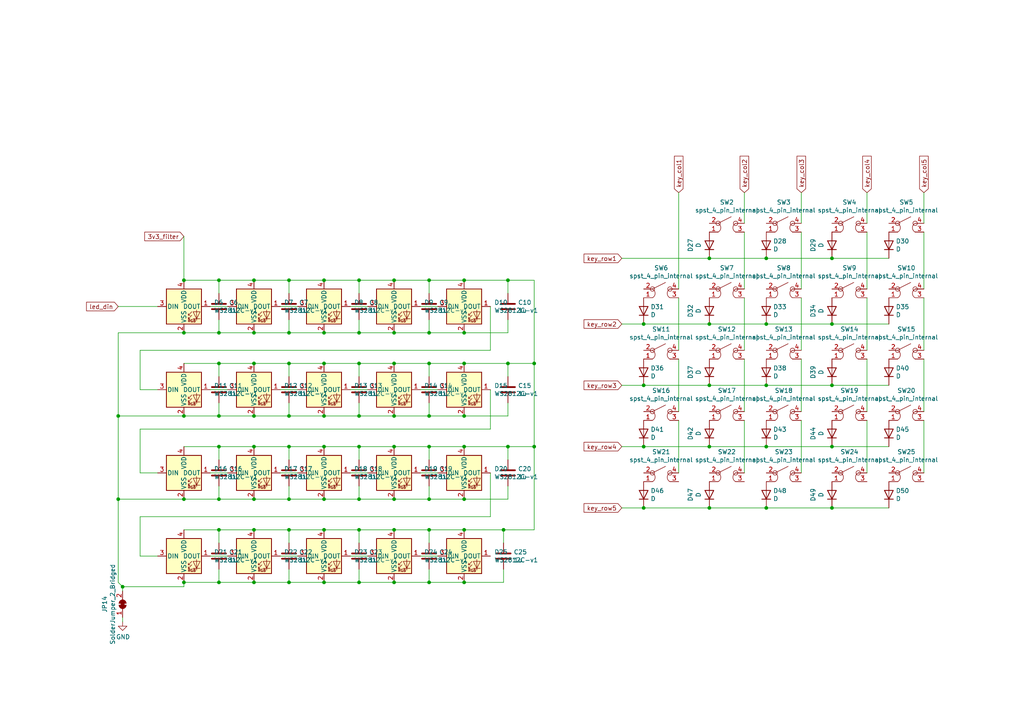
<source format=kicad_sch>
(kicad_sch (version 20231120) (generator "eeschema") (generator_version "8.0")
  (paper "A4")
  (title_block (title "TDM") (date "2021-09-17") (rev "6") (company "TWR") (comment 1 "Pocket Sound Computer"))
  (lib_symbols
    (symbol "Device:C" (pin_numbers hide) (pin_names (offset 0.254))
      (property "Reference" "C" (at 0.635 2.54 0))
      (property "Value" "C" (at 0.635 -2.54 0))
      (symbol "C_0_1"
        (polyline (pts (xy -2.032 -0.762) (xy 2.032 -0.762)) (stroke (width 0.508)))
        (polyline (pts (xy -2.032 0.762) (xy 2.032 0.762)) (stroke (width 0.508)))
      )
      (symbol "C_1_1"
        (pin passive line (at 0 3.81 270) (length 2.794) (name "~") (number "1"))
        (pin passive line (at 0 -3.81 90) (length 2.794) (name "~") (number "2"))
      )
    )
    (symbol "Device:D" (pin_numbers hide) (pin_names (offset 1.016) hide)
      (property "Reference" "D" (at 0 2.54 0))
      (property "Value" "D" (at 0 -2.54 0))
      (symbol "D_0_1"
        (polyline (pts (xy -1.27 1.27) (xy -1.27 -1.27)) (stroke (width 0.254)))
        (polyline (pts (xy 1.27 0) (xy -1.27 0)))
        (polyline (pts (xy 1.27 1.27) (xy 1.27 -1.27) (xy -1.27 0) (xy 1.27 1.27)) (stroke (width 0.254)))
      )
      (symbol "D_1_1"
        (pin passive line (at -3.81 0 0) (length 2.54) (name "K") (number "1"))
        (pin passive line (at 3.81 0 180) (length 2.54) (name "A") (number "2"))
      )
    )
    (symbol "Jumper:SolderJumper_2_Bridged" (pin_names (offset 0) hide)
      (property "Reference" "JP" (at 0 2.032 0))
      (property "Value" "SolderJumper_2_Bridged" (at 0 -2.54 0))
      (symbol "SolderJumper_2_Bridged_0_1"
        (rectangle (start -0.508 0.508) (end 0.508 -0.508) (fill (type outline)))
        (arc (start -0.254 1.016) (mid -1.2655 0) (end -0.254 -1.016))
        (arc (start -0.254 1.016) (mid -1.2655 0) (end -0.254 -1.016) (fill (type outline)))
        (polyline (pts (xy -0.254 1.016) (xy -0.254 -1.016)))
        (polyline (pts (xy 0.254 1.016) (xy 0.254 -1.016)))
        (arc (start 0.254 -1.016) (mid 1.2655 0) (end 0.254 1.016))
        (arc (start 0.254 -1.016) (mid 1.2655 0) (end 0.254 1.016) (fill (type outline)))
      )
      (symbol "SolderJumper_2_Bridged_1_1"
        (pin passive line (at -3.81 0 0) (length 2.54) (name "A") (number "1"))
        (pin passive line (at 3.81 0 180) (length 2.54) (name "B") (number "2"))
      )
    )
    (symbol "customLibrary:WS2812B-2020" (pin_names (offset 0.254))
      (property "Reference" "D" (at 5.08 5.715 0))
      (property "Value" "customLibrary_WS2812B-2020" (at 1.27 -5.715 0))
      (symbol "WS2812B-2020_0_0"
        (text "RGB" (at 2.286 -4.191 0) (effects (font (size 0.762 0.762))))
      )
      (symbol "WS2812B-2020_0_1"
        (polyline (pts (xy 1.27 -3.556) (xy 1.778 -3.556)))
        (polyline (pts (xy 1.27 -2.54) (xy 1.778 -2.54)))
        (polyline (pts (xy 4.699 -3.556) (xy 2.667 -3.556)))
        (polyline (pts (xy 2.286 -2.54) (xy 1.27 -3.556) (xy 1.27 -3.048)))
        (polyline (pts (xy 2.286 -1.524) (xy 1.27 -2.54) (xy 1.27 -2.032)))
        (polyline (pts (xy 3.683 -1.016) (xy 3.683 -3.556) (xy 3.683 -4.064)))
        (polyline (pts (xy 4.699 -1.524) (xy 2.667 -1.524) (xy 3.683 -3.556) (xy 4.699 -1.524)))
        (rectangle (start 5.08 5.08) (end -5.08 -5.08) (stroke (width 0.254)) (fill (type background)))
      )
      (symbol "WS2812B-2020_1_1"
        (pin output line (at 7.62 0 180) (length 2.54) (name "DOUT") (number "1"))
        (pin power_in line (at 0 -7.62 90) (length 2.54) (name "VSS") (number "2"))
        (pin input line (at -7.62 0 0) (length 2.54) (name "DIN") (number "3"))
        (pin power_in line (at 0 7.62 270) (length 2.54) (name "VDD") (number "4"))
      )
    )
    (symbol "customLibrary:spst_4_pin_internal" (pin_names (offset 1.016))
      (property "Reference" "SW" (at 1.905 0 0))
      (property "Value" "customLibrary_spst_4_pin_internal" (at 1.905 0 0))
      (symbol "spst_4_pin_internal_0_1"
        (arc (start -2.54 1.27) (mid -1.7551 2.54) (end -2.54 3.81))
        (circle (center -2.54 3.81) (radius 0.635))
        (polyline (pts (xy -2.54 3.81) (xy 1.27 5.715)))
        (arc (start 2.54 3.81) (mid 1.7551 2.54) (end 2.54 1.27))
        (circle (center 2.54 3.81) (radius 0.635))
      )
      (symbol "spst_4_pin_internal_1_1"
        (pin power_in line (at -5.08 1.27 0) (length 2.54) (name "~") (number "1"))
        (pin power_in line (at -5.08 3.81 0) (length 2.54) (name "~") (number "2"))
        (pin power_in line (at 5.08 1.27 180) (length 2.54) (name "~") (number "3"))
        (pin power_in line (at 5.08 3.81 180) (length 2.54) (name "~") (number "4"))
      )
    )
    (symbol "power:GND" (power) (pin_names (offset 0))
      (property "Value" "GND" (at 0 -3.81 0))
      (symbol "GND_0_1"
        (polyline (pts (xy 0 0) (xy 0 -1.27) (xy 1.27 -1.27) (xy 0 -2.54) (xy -1.27 -1.27) (xy 0 -1.27)))
      )
      (symbol "GND_1_1"
        (pin power_in line (at 0 0 270) (length 0) hide (name "GND") (number "1"))
      )
    )
  )
  (junction (at 114.3 144.78))
  (junction (at 63.5 81.28))
  (junction (at 124.46 153.67))
  (junction (at 241.3 147.32))
  (junction (at 93.98 129.54))
  (junction (at 241.3 111.76))
  (junction (at 222.25 74.93))
  (junction (at 146.05 153.67))
  (junction (at 93.98 144.78))
  (junction (at 83.82 144.78))
  (junction (at 114.3 120.65))
  (junction (at 83.82 105.41))
  (junction (at 205.74 129.54))
  (junction (at 35.56 170.18))
  (junction (at 63.5 153.67))
  (junction (at 104.14 96.52))
  (junction (at 104.14 129.54))
  (junction (at 222.25 93.98))
  (junction (at 83.82 129.54))
  (junction (at 186.69 129.54))
  (junction (at 73.66 120.65))
  (junction (at 63.5 129.54))
  (junction (at 73.66 168.91))
  (junction (at 93.98 96.52))
  (junction (at 241.3 93.98))
  (junction (at 134.62 81.28))
  (junction (at 63.5 120.65))
  (junction (at 134.62 168.91))
  (junction (at 53.34 81.28))
  (junction (at 104.14 153.67))
  (junction (at 104.14 120.65))
  (junction (at 205.74 93.98))
  (junction (at 124.46 81.28))
  (junction (at 134.62 105.41))
  (junction (at 186.69 111.76))
  (junction (at 34.29 120.65))
  (junction (at 73.66 129.54))
  (junction (at 93.98 105.41))
  (junction (at 63.5 96.52))
  (junction (at 134.62 129.54))
  (junction (at 114.3 168.91))
  (junction (at 147.32 129.54))
  (junction (at 63.5 168.91))
  (junction (at 186.69 147.32))
  (junction (at 222.25 147.32))
  (junction (at 124.46 144.78))
  (junction (at 114.3 81.28))
  (junction (at 93.98 81.28))
  (junction (at 63.5 144.78))
  (junction (at 83.82 96.52))
  (junction (at 205.74 147.32))
  (junction (at 83.82 120.65))
  (junction (at 114.3 153.67))
  (junction (at 124.46 105.41))
  (junction (at 147.32 81.28))
  (junction (at 222.25 111.76))
  (junction (at 104.14 105.41))
  (junction (at 53.34 96.52))
  (junction (at 124.46 168.91))
  (junction (at 73.66 105.41))
  (junction (at 73.66 81.28))
  (junction (at 134.62 96.52))
  (junction (at 205.74 111.76))
  (junction (at 241.3 129.54))
  (junction (at 124.46 129.54))
  (junction (at 154.94 105.41))
  (junction (at 34.29 144.78))
  (junction (at 63.5 105.41))
  (junction (at 104.14 168.91))
  (junction (at 83.82 168.91))
  (junction (at 93.98 120.65))
  (junction (at 114.3 129.54))
  (junction (at 124.46 120.65))
  (junction (at 83.82 81.28))
  (junction (at 222.25 129.54))
  (junction (at 124.46 96.52))
  (junction (at 53.34 168.91))
  (junction (at 104.14 144.78))
  (junction (at 241.3 74.93))
  (junction (at 205.74 74.93))
  (junction (at 134.62 153.67))
  (junction (at 53.34 144.78))
  (junction (at 83.82 153.67))
  (junction (at 134.62 144.78))
  (junction (at 114.3 105.41))
  (junction (at 73.66 153.67))
  (junction (at 53.34 120.65))
  (junction (at 134.62 120.65))
  (junction (at 154.94 129.54))
  (junction (at 186.69 93.98))
  (junction (at 104.14 81.28))
  (junction (at 73.66 144.78))
  (junction (at 114.3 96.52))
  (junction (at 147.32 105.41))
  (junction (at 73.66 96.52))
  (junction (at 93.98 168.91))
  (junction (at 93.98 153.67))
  (wire (pts (xy 124.46 81.28) (xy 134.62 81.28)))
  (wire (pts (xy 34.29 96.52) (xy 34.29 120.65)))
  (wire (pts (xy 81.28 88.9) (xy 86.36 88.9)))
  (wire (pts (xy 267.97 104.14) (xy 267.97 119.38)))
  (wire (pts (xy 222.25 129.54) (xy 205.74 129.54)))
  (wire (pts (xy 34.29 88.9) (xy 45.72 88.9)))
  (wire (pts (xy 257.81 129.54) (xy 241.3 129.54)))
  (wire (pts (xy 124.46 140.97) (xy 124.46 144.78)))
  (wire (pts (xy 232.41 104.14) (xy 232.41 119.38)))
  (wire (pts (xy 101.6 113.03) (xy 106.68 113.03)))
  (wire (pts (xy 147.32 144.78) (xy 134.62 144.78)))
  (wire (pts (xy 53.34 105.41) (xy 63.5 105.41)))
  (wire (pts (xy 73.66 120.65) (xy 63.5 120.65)))
  (wire (pts (xy 267.97 55.88) (xy 267.97 64.77)))
  (wire (pts (xy 63.5 144.78) (xy 53.34 144.78)))
  (wire (pts (xy 40.64 124.46) (xy 40.64 137.16)))
  (wire (pts (xy 83.82 105.41) (xy 93.98 105.41)))
  (wire (pts (xy 241.3 147.32) (xy 222.25 147.32)))
  (wire (pts (xy 196.85 104.14) (xy 196.85 119.38)))
  (wire (pts (xy 147.32 92.71) (xy 147.32 96.52)))
  (wire (pts (xy 83.82 129.54) (xy 93.98 129.54)))
  (wire (pts (xy 83.82 116.84) (xy 83.82 120.65)))
  (wire (pts (xy 232.41 121.92) (xy 232.41 137.16)))
  (wire (pts (xy 121.92 88.9) (xy 127 88.9)))
  (wire (pts (xy 53.34 129.54) (xy 63.5 129.54)))
  (wire (pts (xy 53.34 120.65) (xy 34.29 120.65)))
  (wire (pts (xy 147.32 129.54) (xy 134.62 129.54)))
  (wire (pts (xy 53.34 96.52) (xy 34.29 96.52)))
  (wire (pts (xy 40.64 113.03) (xy 45.72 113.03)))
  (wire (pts (xy 114.3 168.91) (xy 104.14 168.91)))
  (wire (pts (xy 147.32 109.22) (xy 147.32 105.41)))
  (wire (pts (xy 83.82 165.1) (xy 83.82 168.91)))
  (wire (pts (xy 101.6 137.16) (xy 106.68 137.16)))
  (wire (pts (xy 241.3 93.98) (xy 222.25 93.98)))
  (wire (pts (xy 134.62 96.52) (xy 124.46 96.52)))
  (wire (pts (xy 222.25 111.76) (xy 205.74 111.76)))
  (wire (pts (xy 121.92 161.29) (xy 127 161.29)))
  (wire (pts (xy 215.9 67.31) (xy 215.9 83.82)))
  (wire (pts (xy 241.3 111.76) (xy 222.25 111.76)))
  (wire (pts (xy 104.14 116.84) (xy 104.14 120.65)))
  (wire (pts (xy 241.3 129.54) (xy 222.25 129.54)))
  (wire (pts (xy 114.3 96.52) (xy 104.14 96.52)))
  (wire (pts (xy 40.64 149.86) (xy 40.64 161.29)))
  (wire (pts (xy 114.3 105.41) (xy 124.46 105.41)))
  (wire (pts (xy 53.34 170.18) (xy 35.56 170.18)))
  (wire (pts (xy 83.82 81.28) (xy 93.98 81.28)))
  (wire (pts (xy 186.69 147.32) (xy 180.34 147.32)))
  (wire (pts (xy 215.9 104.14) (xy 215.9 119.38)))
  (wire (pts (xy 40.64 161.29) (xy 45.72 161.29)))
  (wire (pts (xy 63.5 81.28) (xy 73.66 81.28)))
  (wire (pts (xy 142.24 149.86) (xy 40.64 149.86)))
  (wire (pts (xy 205.74 147.32) (xy 186.69 147.32)))
  (wire (pts (xy 73.66 81.28) (xy 83.82 81.28)))
  (wire (pts (xy 186.69 129.54) (xy 180.34 129.54)))
  (wire (pts (xy 81.28 161.29) (xy 86.36 161.29)))
  (wire (pts (xy 83.82 120.65) (xy 73.66 120.65)))
  (wire (pts (xy 104.14 105.41) (xy 104.14 109.22)))
  (wire (pts (xy 251.46 67.31) (xy 251.46 83.82)))
  (wire (pts (xy 154.94 129.54) (xy 147.32 129.54)))
  (wire (pts (xy 147.32 116.84) (xy 147.32 120.65)))
  (wire (pts (xy 104.14 81.28) (xy 104.14 85.09)))
  (wire (pts (xy 222.25 93.98) (xy 205.74 93.98)))
  (wire (pts (xy 83.82 92.71) (xy 83.82 96.52)))
  (wire (pts (xy 205.74 93.98) (xy 186.69 93.98)))
  (wire (pts (xy 104.14 153.67) (xy 104.14 157.48)))
  (wire (pts (xy 104.14 144.78) (xy 93.98 144.78)))
  (wire (pts (xy 73.66 105.41) (xy 83.82 105.41)))
  (wire (pts (xy 215.9 55.88) (xy 215.9 64.77)))
  (wire (pts (xy 124.46 144.78) (xy 114.3 144.78)))
  (wire (pts (xy 142.24 113.03) (xy 142.24 124.46)))
  (wire (pts (xy 186.69 111.76) (xy 180.34 111.76)))
  (wire (pts (xy 93.98 168.91) (xy 83.82 168.91)))
  (wire (pts (xy 63.5 96.52) (xy 53.34 96.52)))
  (wire (pts (xy 215.9 121.92) (xy 215.9 137.16)))
  (wire (pts (xy 257.81 93.98) (xy 241.3 93.98)))
  (wire (pts (xy 124.46 92.71) (xy 124.46 96.52)))
  (wire (pts (xy 83.82 144.78) (xy 73.66 144.78)))
  (wire (pts (xy 251.46 55.88) (xy 251.46 64.77)))
  (wire (pts (xy 124.46 165.1) (xy 124.46 168.91)))
  (wire (pts (xy 73.66 153.67) (xy 83.82 153.67)))
  (wire (pts (xy 81.28 113.03) (xy 86.36 113.03)))
  (wire (pts (xy 83.82 129.54) (xy 83.82 133.35)))
  (wire (pts (xy 196.85 121.92) (xy 196.85 137.16)))
  (wire (pts (xy 257.81 74.93) (xy 241.3 74.93)))
  (wire (pts (xy 63.5 116.84) (xy 63.5 120.65)))
  (wire (pts (xy 63.5 129.54) (xy 73.66 129.54)))
  (wire (pts (xy 93.98 105.41) (xy 104.14 105.41)))
  (wire (pts (xy 104.14 81.28) (xy 114.3 81.28)))
  (wire (pts (xy 124.46 153.67) (xy 124.46 157.48)))
  (wire (pts (xy 73.66 168.91) (xy 63.5 168.91)))
  (wire (pts (xy 104.14 120.65) (xy 93.98 120.65)))
  (wire (pts (xy 146.05 153.67) (xy 134.62 153.67)))
  (wire (pts (xy 196.85 86.36) (xy 196.85 101.6)))
  (wire (pts (xy 35.56 170.18) (xy 34.29 168.91)))
  (wire (pts (xy 40.64 101.6) (xy 142.24 101.6)))
  (wire (pts (xy 83.82 168.91) (xy 73.66 168.91)))
  (wire (pts (xy 73.66 96.52) (xy 63.5 96.52)))
  (wire (pts (xy 196.85 55.88) (xy 196.85 83.82)))
  (wire (pts (xy 60.96 161.29) (xy 66.04 161.29)))
  (wire (pts (xy 205.74 129.54) (xy 186.69 129.54)))
  (wire (pts (xy 154.94 129.54) (xy 154.94 153.67)))
  (wire (pts (xy 114.3 144.78) (xy 104.14 144.78)))
  (wire (pts (xy 104.14 129.54) (xy 114.3 129.54)))
  (wire (pts (xy 251.46 86.36) (xy 251.46 101.6)))
  (wire (pts (xy 104.14 140.97) (xy 104.14 144.78)))
  (wire (pts (xy 104.14 165.1) (xy 104.14 168.91)))
  (wire (pts (xy 40.64 101.6) (xy 40.64 113.03)))
  (wire (pts (xy 53.34 81.28) (xy 63.5 81.28)))
  (wire (pts (xy 232.41 86.36) (xy 232.41 101.6)))
  (wire (pts (xy 147.32 81.28) (xy 154.94 81.28)))
  (wire (pts (xy 104.14 129.54) (xy 104.14 133.35)))
  (wire (pts (xy 34.29 120.65) (xy 34.29 144.78)))
  (wire (pts (xy 121.92 137.16) (xy 127 137.16)))
  (wire (pts (xy 83.82 105.41) (xy 83.82 109.22)))
  (wire (pts (xy 114.3 120.65) (xy 104.14 120.65)))
  (wire (pts (xy 147.32 140.97) (xy 147.32 144.78)))
  (wire (pts (xy 215.9 86.36) (xy 215.9 101.6)))
  (wire (pts (xy 104.14 153.67) (xy 114.3 153.67)))
  (wire (pts (xy 142.24 124.46) (xy 40.64 124.46)))
  (wire (pts (xy 93.98 144.78) (xy 83.82 144.78)))
  (wire (pts (xy 63.5 81.28) (xy 63.5 85.09)))
  (wire (pts (xy 83.82 153.67) (xy 93.98 153.67)))
  (wire (pts (xy 73.66 129.54) (xy 83.82 129.54)))
  (wire (pts (xy 251.46 121.92) (xy 251.46 137.16)))
  (wire (pts (xy 142.24 88.9) (xy 142.24 101.6)))
  (wire (pts (xy 53.34 68.58) (xy 53.34 81.28)))
  (wire (pts (xy 40.64 137.16) (xy 45.72 137.16)))
  (wire (pts (xy 63.5 168.91) (xy 53.34 168.91)))
  (wire (pts (xy 83.82 96.52) (xy 73.66 96.52)))
  (wire (pts (xy 154.94 81.28) (xy 154.94 105.41)))
  (wire (pts (xy 267.97 67.31) (xy 267.97 83.82)))
  (wire (pts (xy 257.81 147.32) (xy 241.3 147.32)))
  (wire (pts (xy 267.97 121.92) (xy 267.97 137.16)))
  (wire (pts (xy 83.82 140.97) (xy 83.82 144.78)))
  (wire (pts (xy 63.5 165.1) (xy 63.5 168.91)))
  (wire (pts (xy 83.82 153.67) (xy 83.82 157.48)))
  (wire (pts (xy 134.62 168.91) (xy 124.46 168.91)))
  (wire (pts (xy 93.98 153.67) (xy 104.14 153.67)))
  (wire (pts (xy 60.96 88.9) (xy 66.04 88.9)))
  (wire (pts (xy 147.32 85.09) (xy 147.32 81.28)))
  (wire (pts (xy 124.46 105.41) (xy 124.46 109.22)))
  (wire (pts (xy 104.14 92.71) (xy 104.14 96.52)))
  (wire (pts (xy 93.98 129.54) (xy 104.14 129.54)))
  (wire (pts (xy 124.46 129.54) (xy 124.46 133.35)))
  (wire (pts (xy 205.74 111.76) (xy 186.69 111.76)))
  (wire (pts (xy 63.5 153.67) (xy 63.5 157.48)))
  (wire (pts (xy 93.98 81.28) (xy 104.14 81.28)))
  (wire (pts (xy 222.25 147.32) (xy 205.74 147.32)))
  (wire (pts (xy 257.81 111.76) (xy 241.3 111.76)))
  (wire (pts (xy 134.62 81.28) (xy 147.32 81.28)))
  (wire (pts (xy 60.96 137.16) (xy 66.04 137.16)))
  (wire (pts (xy 124.46 129.54) (xy 134.62 129.54)))
  (wire (pts (xy 147.32 120.65) (xy 134.62 120.65)))
  (wire (pts (xy 222.25 74.93) (xy 205.74 74.93)))
  (wire (pts (xy 232.41 55.88) (xy 232.41 64.77)))
  (wire (pts (xy 63.5 92.71) (xy 63.5 96.52)))
  (wire (pts (xy 114.3 129.54) (xy 124.46 129.54)))
  (wire (pts (xy 147.32 133.35) (xy 147.32 129.54)))
  (wire (pts (xy 180.34 74.93) (xy 205.74 74.93)))
  (wire (pts (xy 53.34 144.78) (xy 34.29 144.78)))
  (wire (pts (xy 124.46 120.65) (xy 114.3 120.65)))
  (wire (pts (xy 147.32 105.41) (xy 154.94 105.41)))
  (wire (pts (xy 60.96 113.03) (xy 66.04 113.03)))
  (wire (pts (xy 104.14 168.91) (xy 93.98 168.91)))
  (wire (pts (xy 146.05 168.91) (xy 134.62 168.91)))
  (wire (pts (xy 146.05 165.1) (xy 146.05 168.91)))
  (wire (pts (xy 104.14 96.52) (xy 93.98 96.52)))
  (wire (pts (xy 147.32 96.52) (xy 134.62 96.52)))
  (wire (pts (xy 251.46 104.14) (xy 251.46 119.38)))
  (wire (pts (xy 134.62 120.65) (xy 124.46 120.65)))
  (wire (pts (xy 142.24 137.16) (xy 142.24 149.86)))
  (wire (pts (xy 267.97 86.36) (xy 267.97 101.6)))
  (wire (pts (xy 104.14 105.41) (xy 114.3 105.41)))
  (wire (pts (xy 154.94 105.41) (xy 154.94 129.54)))
  (wire (pts (xy 35.56 179.07) (xy 35.56 180.34)))
  (wire (pts (xy 101.6 88.9) (xy 106.68 88.9)))
  (wire (pts (xy 134.62 105.41) (xy 147.32 105.41)))
  (wire (pts (xy 63.5 129.54) (xy 63.5 133.35)))
  (wire (pts (xy 232.41 67.31) (xy 232.41 83.82)))
  (wire (pts (xy 63.5 105.41) (xy 73.66 105.41)))
  (wire (pts (xy 124.46 105.41) (xy 134.62 105.41)))
  (wire (pts (xy 134.62 144.78) (xy 124.46 144.78)))
  (wire (pts (xy 93.98 120.65) (xy 83.82 120.65)))
  (wire (pts (xy 53.34 170.18) (xy 53.34 168.91)))
  (wire (pts (xy 154.94 153.67) (xy 146.05 153.67)))
  (wire (pts (xy 73.66 144.78) (xy 63.5 144.78)))
  (wire (pts (xy 241.3 74.93) (xy 222.25 74.93)))
  (wire (pts (xy 81.28 137.16) (xy 86.36 137.16)))
  (wire (pts (xy 186.69 93.98) (xy 180.34 93.98)))
  (wire (pts (xy 124.46 153.67) (xy 134.62 153.67)))
  (wire (pts (xy 35.56 170.18) (xy 35.56 171.45)))
  (wire (pts (xy 121.92 113.03) (xy 127 113.03)))
  (wire (pts (xy 101.6 161.29) (xy 106.68 161.29)))
  (wire (pts (xy 124.46 81.28) (xy 124.46 85.09)))
  (wire (pts (xy 63.5 120.65) (xy 53.34 120.65)))
  (wire (pts (xy 124.46 96.52) (xy 114.3 96.52)))
  (wire (pts (xy 34.29 144.78) (xy 34.29 168.91)))
  (wire (pts (xy 63.5 140.97) (xy 63.5 144.78)))
  (wire (pts (xy 93.98 96.52) (xy 83.82 96.52)))
  (wire (pts (xy 63.5 105.41) (xy 63.5 109.22)))
  (wire (pts (xy 83.82 81.28) (xy 83.82 85.09)))
  (wire (pts (xy 53.34 153.67) (xy 63.5 153.67)))
  (wire (pts (xy 63.5 153.67) (xy 73.66 153.67)))
  (wire (pts (xy 146.05 157.48) (xy 146.05 153.67)))
  (wire (pts (xy 114.3 153.67) (xy 124.46 153.67)))
  (wire (pts (xy 124.46 116.84) (xy 124.46 120.65)))
  (wire (pts (xy 124.46 168.91) (xy 114.3 168.91)))
  (wire (pts (xy 114.3 81.28) (xy 124.46 81.28)))
  (global_label "key_col5" (shape input) (at 267.97 55.88 90) (property "Intersheetrefs" "${INTERSHEET_REFS}" (effects (hide yes))))
  (global_label "key_row2" (shape input) (at 180.34 93.98 180) (property "Intersheetrefs" "${INTERSHEET_REFS}" (effects (hide yes))))
  (global_label "led_din" (shape input) (at 34.29 88.9 180) (property "Intersheetrefs" "${INTERSHEET_REFS}" (effects (hide yes))))
  (global_label "key_col2" (shape input) (at 215.9 55.88 90) (property "Intersheetrefs" "${INTERSHEET_REFS}" (effects (hide yes))))
  (global_label "key_row1" (shape input) (at 180.34 74.93 180) (property "Intersheetrefs" "${INTERSHEET_REFS}" (effects (hide yes))))
  (global_label "key_col4" (shape input) (at 251.46 55.88 90) (property "Intersheetrefs" "${INTERSHEET_REFS}" (effects (hide yes))))
  (global_label "3v3_filter" (shape input) (at 53.34 68.58 180) (property "Intersheetrefs" "${INTERSHEET_REFS}" (effects (hide yes))))
  (global_label "key_row4" (shape input) (at 180.34 129.54 180) (property "Intersheetrefs" "${INTERSHEET_REFS}" (effects (hide yes))))
  (global_label "key_row3" (shape input) (at 180.34 111.76 180) (property "Intersheetrefs" "${INTERSHEET_REFS}" (effects (hide yes))))
  (global_label "key_col1" (shape input) (at 196.85 55.88 90) (property "Intersheetrefs" "${INTERSHEET_REFS}" (effects (hide yes))))
  (global_label "key_col3" (shape input) (at 232.41 55.88 90) (property "Intersheetrefs" "${INTERSHEET_REFS}" (effects (hide yes))))
  (global_label "key_row5" (shape input) (at 180.34 147.32 180) (property "Intersheetrefs" "${INTERSHEET_REFS}" (effects (hide yes))))
  (symbol (lib_id "customLibrary:spst_4_pin_internal") (at 262.89 140.97 0) (unit 1)
    (property "Reference" "SW25" (at 262.89 131.064 0))
    (property "Value" "spst_4_pin_internal" (at 262.89 133.3754 0))
    (property "Footprint" "MyLibrary:ts1187" (effects (hide yes)))
    (property "LCSC" "C318884" (effects (hide yes)))
    (property "checked" "1" (effects (hide yes)))
  )
  (symbol (lib_id "customLibrary:spst_4_pin_internal") (at 246.38 140.97 0) (unit 1)
    (property "Reference" "SW24" (at 246.38 131.064 0))
    (property "Value" "spst_4_pin_internal" (at 246.38 133.3754 0))
    (property "Footprint" "MyLibrary:ts1187" (effects (hide yes)))
    (property "LCSC" "C318884" (effects (hide yes)))
    (property "checked" "1" (effects (hide yes)))
  )
  (symbol (lib_id "customLibrary:spst_4_pin_internal") (at 227.33 140.97 0) (unit 1)
    (property "Reference" "SW23" (at 227.33 131.064 0))
    (property "Value" "spst_4_pin_internal" (at 227.33 133.3754 0))
    (property "Footprint" "MyLibrary:ts1187" (effects (hide yes)))
    (property "LCSC" "C318884" (effects (hide yes)))
    (property "checked" "1" (effects (hide yes)))
  )
  (symbol (lib_id "customLibrary:spst_4_pin_internal") (at 210.82 140.97 0) (unit 1)
    (property "Reference" "SW22" (at 210.82 131.064 0))
    (property "Value" "spst_4_pin_internal" (at 210.82 133.3754 0))
    (property "Footprint" "MyLibrary:ts1187" (effects (hide yes)))
    (property "LCSC" "C318884" (effects (hide yes)))
    (property "checked" "1" (effects (hide yes)))
  )
  (symbol (lib_id "customLibrary:spst_4_pin_internal") (at 191.77 140.97 0) (unit 1)
    (property "Reference" "SW21" (at 191.77 131.064 0))
    (property "Value" "spst_4_pin_internal" (at 191.77 133.3754 0))
    (property "Footprint" "MyLibrary:ts1187" (effects (hide yes)))
    (property "LCSC" "C318884" (effects (hide yes)))
    (property "checked" "1" (effects (hide yes)))
  )
  (symbol (lib_id "customLibrary:spst_4_pin_internal") (at 262.89 123.19 0) (unit 1)
    (property "Reference" "SW20" (at 262.89 113.284 0))
    (property "Value" "spst_4_pin_internal" (at 262.89 115.5954 0))
    (property "Footprint" "MyLibrary:ts1187" (effects (hide yes)))
    (property "LCSC" "C318884" (effects (hide yes)))
    (property "checked" "1" (effects (hide yes)))
  )
  (symbol (lib_id "customLibrary:spst_4_pin_internal") (at 246.38 123.19 0) (unit 1)
    (property "Reference" "SW19" (at 246.38 113.284 0))
    (property "Value" "spst_4_pin_internal" (at 246.38 115.5954 0))
    (property "Footprint" "MyLibrary:ts1187" (effects (hide yes)))
    (property "LCSC" "C318884" (effects (hide yes)))
    (property "checked" "1" (effects (hide yes)))
  )
  (symbol (lib_id "customLibrary:spst_4_pin_internal") (at 227.33 123.19 0) (unit 1)
    (property "Reference" "SW18" (at 227.33 113.284 0))
    (property "Value" "spst_4_pin_internal" (at 227.33 115.5954 0))
    (property "Footprint" "MyLibrary:ts1187" (effects (hide yes)))
    (property "LCSC" "C318884" (effects (hide yes)))
    (property "checked" "1" (effects (hide yes)))
  )
  (symbol (lib_id "customLibrary:spst_4_pin_internal") (at 210.82 123.19 0) (unit 1)
    (property "Reference" "SW17" (at 210.82 113.284 0))
    (property "Value" "spst_4_pin_internal" (at 210.82 115.5954 0))
    (property "Footprint" "MyLibrary:ts1187" (effects (hide yes)))
    (property "LCSC" "C318884" (effects (hide yes)))
    (property "checked" "1" (effects (hide yes)))
  )
  (symbol (lib_id "customLibrary:spst_4_pin_internal") (at 191.77 123.19 0) (unit 1)
    (property "Reference" "SW16" (at 191.77 113.284 0))
    (property "Value" "spst_4_pin_internal" (at 191.77 115.5954 0))
    (property "Footprint" "MyLibrary:ts1187" (effects (hide yes)))
    (property "LCSC" "C318884" (effects (hide yes)))
    (property "checked" "1" (effects (hide yes)))
  )
  (symbol (lib_id "customLibrary:spst_4_pin_internal") (at 262.89 105.41 0) (unit 1)
    (property "Reference" "SW15" (at 262.89 95.504 0))
    (property "Value" "spst_4_pin_internal" (at 262.89 97.8154 0))
    (property "Footprint" "MyLibrary:ts1187" (effects (hide yes)))
    (property "LCSC" "C318884" (effects (hide yes)))
    (property "checked" "1" (effects (hide yes)))
  )
  (symbol (lib_id "customLibrary:spst_4_pin_internal") (at 246.38 105.41 0) (unit 1)
    (property "Reference" "SW14" (at 246.38 95.504 0))
    (property "Value" "spst_4_pin_internal" (at 246.38 97.8154 0))
    (property "Footprint" "MyLibrary:ts1187" (effects (hide yes)))
    (property "LCSC" "C318884" (effects (hide yes)))
    (property "checked" "1" (effects (hide yes)))
  )
  (symbol (lib_id "customLibrary:spst_4_pin_internal") (at 227.33 105.41 0) (unit 1)
    (property "Reference" "SW13" (at 227.33 95.504 0))
    (property "Value" "spst_4_pin_internal" (at 227.33 97.8154 0))
    (property "Footprint" "MyLibrary:ts1187" (effects (hide yes)))
    (property "LCSC" "C318884" (effects (hide yes)))
    (property "checked" "1" (effects (hide yes)))
  )
  (symbol (lib_id "customLibrary:spst_4_pin_internal") (at 210.82 105.41 0) (unit 1)
    (property "Reference" "SW12" (at 210.82 95.504 0))
    (property "Value" "spst_4_pin_internal" (at 210.82 97.8154 0))
    (property "Footprint" "MyLibrary:ts1187" (effects (hide yes)))
    (property "LCSC" "C318884" (effects (hide yes)))
    (property "checked" "1" (effects (hide yes)))
  )
  (symbol (lib_id "customLibrary:spst_4_pin_internal") (at 191.77 105.41 0) (unit 1)
    (property "Reference" "SW11" (at 191.77 95.504 0))
    (property "Value" "spst_4_pin_internal" (at 191.77 97.8154 0))
    (property "Footprint" "MyLibrary:ts1187" (effects (hide yes)))
    (property "LCSC" "C318884" (effects (hide yes)))
    (property "checked" "1" (effects (hide yes)))
  )
  (symbol (lib_id "customLibrary:spst_4_pin_internal") (at 262.89 87.63 0) (unit 1)
    (property "Reference" "SW10" (at 262.89 77.724 0))
    (property "Value" "spst_4_pin_internal" (at 262.89 80.0354 0))
    (property "Footprint" "MyLibrary:ts1187" (effects (hide yes)))
    (property "LCSC" "C318884" (effects (hide yes)))
    (property "checked" "1" (effects (hide yes)))
  )
  (symbol (lib_id "customLibrary:spst_4_pin_internal") (at 246.38 87.63 0) (unit 1)
    (property "Reference" "SW9" (at 246.38 77.724 0))
    (property "Value" "spst_4_pin_internal" (at 246.38 80.0354 0))
    (property "Footprint" "MyLibrary:ts1187" (effects (hide yes)))
    (property "LCSC" "C318884" (effects (hide yes)))
    (property "checked" "1" (effects (hide yes)))
  )
  (symbol (lib_id "customLibrary:spst_4_pin_internal") (at 227.33 87.63 0) (unit 1)
    (property "Reference" "SW8" (at 227.33 77.724 0))
    (property "Value" "spst_4_pin_internal" (at 227.33 80.0354 0))
    (property "Footprint" "MyLibrary:ts1187" (effects (hide yes)))
    (property "LCSC" "C318884" (effects (hide yes)))
    (property "checked" "1" (effects (hide yes)))
  )
  (symbol (lib_id "customLibrary:spst_4_pin_internal") (at 210.82 87.63 0) (unit 1)
    (property "Reference" "SW7" (at 210.82 77.724 0))
    (property "Value" "spst_4_pin_internal" (at 210.82 80.0354 0))
    (property "Footprint" "MyLibrary:ts1187" (effects (hide yes)))
    (property "LCSC" "C318884" (effects (hide yes)))
    (property "checked" "1" (effects (hide yes)))
  )
  (symbol (lib_id "customLibrary:spst_4_pin_internal") (at 191.77 87.63 0) (unit 1)
    (property "Reference" "SW6" (at 191.77 77.724 0))
    (property "Value" "spst_4_pin_internal" (at 191.77 80.0354 0))
    (property "Footprint" "MyLibrary:ts1187" (effects (hide yes)))
    (property "LCSC" "C318884" (effects (hide yes)))
    (property "checked" "1" (effects (hide yes)))
  )
  (symbol (lib_id "customLibrary:spst_4_pin_internal") (at 262.89 68.58 0) (unit 1)
    (property "Reference" "SW5" (at 262.89 58.674 0))
    (property "Value" "spst_4_pin_internal" (at 262.89 60.9854 0))
    (property "Footprint" "MyLibrary:ts1187" (effects (hide yes)))
    (property "LCSC" "C318884" (effects (hide yes)))
    (property "checked" "1" (effects (hide yes)))
  )
  (symbol (lib_id "customLibrary:spst_4_pin_internal") (at 246.38 68.58 0) (unit 1)
    (property "Reference" "SW4" (at 246.38 58.674 0))
    (property "Value" "spst_4_pin_internal" (at 246.38 60.9854 0))
    (property "Footprint" "MyLibrary:ts1187" (effects (hide yes)))
    (property "LCSC" "C318884" (effects (hide yes)))
    (property "checked" "1" (effects (hide yes)))
  )
  (symbol (lib_id "customLibrary:spst_4_pin_internal") (at 227.33 68.58 0) (unit 1)
    (property "Reference" "SW3" (at 227.33 58.674 0))
    (property "Value" "spst_4_pin_internal" (at 227.33 60.9854 0))
    (property "Footprint" "MyLibrary:ts1187" (effects (hide yes)))
    (property "LCSC" "C318884" (effects (hide yes)))
    (property "checked" "1" (effects (hide yes)))
  )
  (symbol (lib_id "customLibrary:spst_4_pin_internal") (at 210.82 68.58 0) (unit 1)
    (property "Reference" "SW2" (at 210.82 58.674 0))
    (property "Value" "spst_4_pin_internal" (at 210.82 60.9854 0))
    (property "Footprint" "MyLibrary:ts1187" (effects (hide yes)))
    (property "LCSC" "C318884" (effects (hide yes)))
    (property "checked" "1" (effects (hide yes)))
  )
  (symbol (lib_id "Device:D") (at 257.81 71.12 90) (unit 1)
    (property "Reference" "D30" (at 259.8166 69.9516 90) (effects (justify right)))
    (property "Value" "D" (at 259.8166 72.263 90) (effects (justify right)))
    (property "Footprint" "RandomJunk:D_SOD-323F_less_silk" (effects (hide yes)))
    (property "LCSC" "C2128" (effects (hide yes)))
    (property "checked" "1" (effects (hide yes)))
  )
  (symbol (lib_id "Device:C") (at 146.05 161.29 0) (unit 1)
    (property "Reference" "C25" (at 148.971 160.1216 0) (effects (justify left)))
    (property "Value" "1u" (at 148.971 162.433 0) (effects (justify left)))
    (property "Footprint" "Capacitor_SMD:C_0402_1005Metric" (effects (hide yes)))
    (property "LCSC" "C52923" (effects (hide yes)))
    (property "checked" "1" (effects (hide yes)))
  )
  (symbol (lib_id "Device:C") (at 147.32 137.16 0) (unit 1)
    (property "Reference" "C20" (at 150.241 135.9916 0) (effects (justify left)))
    (property "Value" "1u" (at 150.241 138.303 0) (effects (justify left)))
    (property "Footprint" "Capacitor_SMD:C_0402_1005Metric" (effects (hide yes)))
    (property "LCSC" "C52923" (effects (hide yes)))
    (property "checked" "1" (effects (hide yes)))
  )
  (symbol (lib_id "Device:C") (at 147.32 113.03 0) (unit 1)
    (property "Reference" "C15" (at 150.241 111.8616 0) (effects (justify left)))
    (property "Value" "1u" (at 150.241 114.173 0) (effects (justify left)))
    (property "Footprint" "Capacitor_SMD:C_0402_1005Metric" (effects (hide yes)))
    (property "LCSC" "C52923" (effects (hide yes)))
    (property "checked" "1" (effects (hide yes)))
  )
  (symbol (lib_id "Device:C") (at 147.32 88.9 0) (unit 1)
    (property "Reference" "C10" (at 150.241 87.7316 0) (effects (justify left)))
    (property "Value" "1u" (at 150.241 90.043 0) (effects (justify left)))
    (property "Footprint" "Capacitor_SMD:C_0402_1005Metric" (effects (hide yes)))
    (property "LCSC" "C52923" (effects (hide yes)))
    (property "checked" "1" (effects (hide yes)))
  )
  (symbol (lib_id "customLibrary:WS2812B-2020") (at 134.62 161.29 0) (unit 1)
    (property "Reference" "D25" (at 143.3576 160.1216 0) (effects (justify left)))
    (property "Value" "WS2812C-v1" (at 143.3576 162.433 0) (effects (justify left)))
    (property "Footprint" "RandomJunk:ws2812b-2020-lightpipe" (effects (hide yes)))
    (property "Datasheet" "https://cdn-shop.adafruit.com/datasheets/WS2812B.pdf" (effects (hide yes)))
    (property "LCSC" "C2976072" (effects (hide yes)))
    (property "checked" "1" (effects (hide yes)))
  )
  (symbol (lib_id "Device:C") (at 124.46 161.29 0) (unit 1)
    (property "Reference" "C24" (at 127.381 160.1216 0) (effects (justify left)))
    (property "Value" "1u" (at 127.381 162.433 0) (effects (justify left)))
    (property "Footprint" "Capacitor_SMD:C_0402_1005Metric" (effects (hide yes)))
    (property "LCSC" "C52923" (effects (hide yes)))
    (property "checked" "1" (effects (hide yes)))
  )
  (symbol (lib_id "customLibrary:WS2812B-2020") (at 114.3 161.29 0) (unit 1)
    (property "Reference" "D24" (at 123.0376 160.1216 0) (effects (justify left)))
    (property "Value" "WS2812C-v1" (at 123.0376 162.433 0) (effects (justify left)))
    (property "Footprint" "RandomJunk:ws2812b-2020-lightpipe" (effects (hide yes)))
    (property "Datasheet" "https://cdn-shop.adafruit.com/datasheets/WS2812B.pdf" (effects (hide yes)))
    (property "LCSC" "C2976072" (effects (hide yes)))
    (property "checked" "1" (effects (hide yes)))
  )
  (symbol (lib_id "Device:C") (at 104.14 161.29 0) (unit 1)
    (property "Reference" "C23" (at 107.061 160.1216 0) (effects (justify left)))
    (property "Value" "1u" (at 107.061 162.433 0) (effects (justify left)))
    (property "Footprint" "Capacitor_SMD:C_0402_1005Metric" (effects (hide yes)))
    (property "LCSC" "C52923" (effects (hide yes)))
    (property "checked" "1" (effects (hide yes)))
  )
  (symbol (lib_id "customLibrary:WS2812B-2020") (at 93.98 161.29 0) (unit 1)
    (property "Reference" "D23" (at 102.7176 160.1216 0) (effects (justify left)))
    (property "Value" "WS2812C-v1" (at 102.7176 162.433 0) (effects (justify left)))
    (property "Footprint" "RandomJunk:ws2812b-2020-lightpipe" (effects (hide yes)))
    (property "Datasheet" "https://cdn-shop.adafruit.com/datasheets/WS2812B.pdf" (effects (hide yes)))
    (property "LCSC" "C2976072" (effects (hide yes)))
    (property "checked" "1" (effects (hide yes)))
  )
  (symbol (lib_id "Device:C") (at 83.82 161.29 0) (unit 1)
    (property "Reference" "C22" (at 86.741 160.1216 0) (effects (justify left)))
    (property "Value" "1u" (at 86.741 162.433 0) (effects (justify left)))
    (property "Footprint" "Capacitor_SMD:C_0402_1005Metric" (effects (hide yes)))
    (property "LCSC" "C52923" (effects (hide yes)))
    (property "checked" "1" (effects (hide yes)))
  )
  (symbol (lib_id "customLibrary:WS2812B-2020") (at 73.66 161.29 0) (unit 1)
    (property "Reference" "D22" (at 82.3976 160.1216 0) (effects (justify left)))
    (property "Value" "WS2812C-v1" (at 82.3976 162.433 0) (effects (justify left)))
    (property "Footprint" "RandomJunk:ws2812b-2020-lightpipe" (effects (hide yes)))
    (property "Datasheet" "https://cdn-shop.adafruit.com/datasheets/WS2812B.pdf" (effects (hide yes)))
    (property "LCSC" "C2976072" (effects (hide yes)))
    (property "checked" "1" (effects (hide yes)))
  )
  (symbol (lib_id "Device:C") (at 63.5 161.29 0) (unit 1)
    (property "Reference" "C21" (at 66.421 160.1216 0) (effects (justify left)))
    (property "Value" "1u" (at 66.421 162.433 0) (effects (justify left)))
    (property "Footprint" "Capacitor_SMD:C_0402_1005Metric" (effects (hide yes)))
    (property "LCSC" "C52923" (effects (hide yes)))
    (property "checked" "1" (effects (hide yes)))
  )
  (symbol (lib_id "customLibrary:WS2812B-2020") (at 53.34 161.29 0) (unit 1)
    (property "Reference" "D21" (at 62.0776 160.1216 0) (effects (justify left)))
    (property "Value" "WS2812C-v1" (at 62.0776 162.433 0) (effects (justify left)))
    (property "Footprint" "RandomJunk:ws2812b-2020-lightpipe" (effects (hide yes)))
    (property "Datasheet" "https://cdn-shop.adafruit.com/datasheets/WS2812B.pdf" (effects (hide yes)))
    (property "LCSC" "C2976072" (effects (hide yes)))
    (property "checked" "1" (effects (hide yes)))
  )
  (symbol (lib_id "customLibrary:WS2812B-2020") (at 134.62 137.16 0) (unit 1)
    (property "Reference" "D20" (at 143.3576 135.9916 0) (effects (justify left)))
    (property "Value" "WS2812C-v1" (at 143.3576 138.303 0) (effects (justify left)))
    (property "Footprint" "RandomJunk:ws2812b-2020-lightpipe" (effects (hide yes)))
    (property "Datasheet" "https://cdn-shop.adafruit.com/datasheets/WS2812B.pdf" (effects (hide yes)))
    (property "LCSC" "C2976072" (effects (hide yes)))
    (property "checked" "1" (effects (hide yes)))
  )
  (symbol (lib_id "Device:C") (at 124.46 137.16 0) (unit 1)
    (property "Reference" "C19" (at 127.381 135.9916 0) (effects (justify left)))
    (property "Value" "1u" (at 127.381 138.303 0) (effects (justify left)))
    (property "Footprint" "Capacitor_SMD:C_0402_1005Metric" (effects (hide yes)))
    (property "LCSC" "C52923" (effects (hide yes)))
    (property "checked" "1" (effects (hide yes)))
  )
  (symbol (lib_id "customLibrary:WS2812B-2020") (at 114.3 137.16 0) (unit 1)
    (property "Reference" "D19" (at 123.0376 135.9916 0) (effects (justify left)))
    (property "Value" "WS2812C-v1" (at 123.0376 138.303 0) (effects (justify left)))
    (property "Footprint" "RandomJunk:ws2812b-2020-lightpipe" (effects (hide yes)))
    (property "Datasheet" "https://cdn-shop.adafruit.com/datasheets/WS2812B.pdf" (effects (hide yes)))
    (property "LCSC" "C2976072" (effects (hide yes)))
    (property "checked" "1" (effects (hide yes)))
  )
  (symbol (lib_id "Device:C") (at 104.14 137.16 0) (unit 1)
    (property "Reference" "C18" (at 107.061 135.9916 0) (effects (justify left)))
    (property "Value" "1u" (at 107.061 138.303 0) (effects (justify left)))
    (property "Footprint" "Capacitor_SMD:C_0402_1005Metric" (effects (hide yes)))
    (property "LCSC" "C52923" (effects (hide yes)))
    (property "checked" "1" (effects (hide yes)))
  )
  (symbol (lib_id "customLibrary:WS2812B-2020") (at 93.98 137.16 0) (unit 1)
    (property "Reference" "D18" (at 102.7176 135.9916 0) (effects (justify left)))
    (property "Value" "WS2812C-v1" (at 102.7176 138.303 0) (effects (justify left)))
    (property "Footprint" "RandomJunk:ws2812b-2020-lightpipe" (effects (hide yes)))
    (property "Datasheet" "https://cdn-shop.adafruit.com/datasheets/WS2812B.pdf" (effects (hide yes)))
    (property "LCSC" "C2976072" (effects (hide yes)))
    (property "checked" "1" (effects (hide yes)))
  )
  (symbol (lib_id "Device:C") (at 83.82 137.16 0) (unit 1)
    (property "Reference" "C17" (at 86.741 135.9916 0) (effects (justify left)))
    (property "Value" "1u" (at 86.741 138.303 0) (effects (justify left)))
    (property "Footprint" "Capacitor_SMD:C_0402_1005Metric" (effects (hide yes)))
    (property "LCSC" "C52923" (effects (hide yes)))
    (property "checked" "1" (effects (hide yes)))
  )
  (symbol (lib_id "customLibrary:WS2812B-2020") (at 73.66 137.16 0) (unit 1)
    (property "Reference" "D17" (at 82.3976 135.9916 0) (effects (justify left)))
    (property "Value" "WS2812C-v1" (at 82.3976 138.303 0) (effects (justify left)))
    (property "Footprint" "RandomJunk:ws2812b-2020-lightpipe" (effects (hide yes)))
    (property "Datasheet" "https://cdn-shop.adafruit.com/datasheets/WS2812B.pdf" (effects (hide yes)))
    (property "LCSC" "C2976072" (effects (hide yes)))
    (property "checked" "1" (effects (hide yes)))
  )
  (symbol (lib_id "Device:C") (at 63.5 137.16 0) (unit 1)
    (property "Reference" "C16" (at 66.421 135.9916 0) (effects (justify left)))
    (property "Value" "1u" (at 66.421 138.303 0) (effects (justify left)))
    (property "Footprint" "Capacitor_SMD:C_0402_1005Metric" (effects (hide yes)))
    (property "LCSC" "C52923" (effects (hide yes)))
    (property "checked" "1" (effects (hide yes)))
  )
  (symbol (lib_id "customLibrary:WS2812B-2020") (at 53.34 137.16 0) (unit 1)
    (property "Reference" "D16" (at 62.0776 135.9916 0) (effects (justify left)))
    (property "Value" "WS2812C-v1" (at 62.0776 138.303 0) (effects (justify left)))
    (property "Footprint" "RandomJunk:ws2812b-2020-lightpipe" (effects (hide yes)))
    (property "Datasheet" "https://cdn-shop.adafruit.com/datasheets/WS2812B.pdf" (effects (hide yes)))
    (property "LCSC" "C2976072" (effects (hide yes)))
    (property "checked" "1" (effects (hide yes)))
  )
  (symbol (lib_id "customLibrary:WS2812B-2020") (at 134.62 113.03 0) (unit 1)
    (property "Reference" "D15" (at 143.3576 111.8616 0) (effects (justify left)))
    (property "Value" "WS2812C-v1" (at 143.3576 114.173 0) (effects (justify left)))
    (property "Footprint" "RandomJunk:ws2812b-2020-lightpipe" (effects (hide yes)))
    (property "Datasheet" "https://cdn-shop.adafruit.com/datasheets/WS2812B.pdf" (effects (hide yes)))
    (property "LCSC" "C2976072" (effects (hide yes)))
    (property "checked" "1" (effects (hide yes)))
  )
  (symbol (lib_id "Device:C") (at 124.46 113.03 0) (unit 1)
    (property "Reference" "C14" (at 127.381 111.8616 0) (effects (justify left)))
    (property "Value" "1u" (at 127.381 114.173 0) (effects (justify left)))
    (property "Footprint" "Capacitor_SMD:C_0402_1005Metric" (effects (hide yes)))
    (property "LCSC" "C52923" (effects (hide yes)))
    (property "checked" "1" (effects (hide yes)))
  )
  (symbol (lib_id "customLibrary:WS2812B-2020") (at 114.3 113.03 0) (unit 1)
    (property "Reference" "D14" (at 123.0376 111.8616 0) (effects (justify left)))
    (property "Value" "WS2812C-v1" (at 123.0376 114.173 0) (effects (justify left)))
    (property "Footprint" "RandomJunk:ws2812b-2020-lightpipe" (effects (hide yes)))
    (property "Datasheet" "https://cdn-shop.adafruit.com/datasheets/WS2812B.pdf" (effects (hide yes)))
    (property "LCSC" "C2976072" (effects (hide yes)))
    (property "checked" "1" (effects (hide yes)))
  )
  (symbol (lib_id "Device:C") (at 104.14 113.03 0) (unit 1)
    (property "Reference" "C13" (at 107.061 111.8616 0) (effects (justify left)))
    (property "Value" "1u" (at 107.061 114.173 0) (effects (justify left)))
    (property "Footprint" "Capacitor_SMD:C_0402_1005Metric" (effects (hide yes)))
    (property "LCSC" "C52923" (effects (hide yes)))
    (property "checked" "1" (effects (hide yes)))
  )
  (symbol (lib_id "customLibrary:WS2812B-2020") (at 93.98 113.03 0) (unit 1)
    (property "Reference" "D13" (at 102.7176 111.8616 0) (effects (justify left)))
    (property "Value" "WS2812C-v1" (at 102.7176 114.173 0) (effects (justify left)))
    (property "Footprint" "RandomJunk:ws2812b-2020-lightpipe" (effects (hide yes)))
    (property "Datasheet" "https://cdn-shop.adafruit.com/datasheets/WS2812B.pdf" (effects (hide yes)))
    (property "LCSC" "C2976072" (effects (hide yes)))
    (property "checked" "1" (effects (hide yes)))
  )
  (symbol (lib_id "Device:C") (at 83.82 113.03 0) (unit 1)
    (property "Reference" "C12" (at 86.741 111.8616 0) (effects (justify left)))
    (property "Value" "1u" (at 86.741 114.173 0) (effects (justify left)))
    (property "Footprint" "Capacitor_SMD:C_0402_1005Metric" (effects (hide yes)))
    (property "LCSC" "C52923" (effects (hide yes)))
    (property "checked" "1" (effects (hide yes)))
  )
  (symbol (lib_id "customLibrary:WS2812B-2020") (at 73.66 113.03 0) (unit 1)
    (property "Reference" "D12" (at 82.3976 111.8616 0) (effects (justify left)))
    (property "Value" "WS2812C-v1" (at 82.3976 114.173 0) (effects (justify left)))
    (property "Footprint" "RandomJunk:ws2812b-2020-lightpipe" (effects (hide yes)))
    (property "Datasheet" "https://cdn-shop.adafruit.com/datasheets/WS2812B.pdf" (effects (hide yes)))
    (property "LCSC" "C2976072" (effects (hide yes)))
    (property "checked" "1" (effects (hide yes)))
  )
  (symbol (lib_id "Device:C") (at 63.5 113.03 0) (unit 1)
    (property "Reference" "C11" (at 66.421 111.8616 0) (effects (justify left)))
    (property "Value" "1u" (at 66.421 114.173 0) (effects (justify left)))
    (property "Footprint" "Capacitor_SMD:C_0402_1005Metric" (effects (hide yes)))
    (property "LCSC" "C52923" (effects (hide yes)))
    (property "checked" "1" (effects (hide yes)))
  )
  (symbol (lib_id "customLibrary:WS2812B-2020") (at 53.34 113.03 0) (unit 1)
    (property "Reference" "D11" (at 62.0776 111.8616 0) (effects (justify left)))
    (property "Value" "WS2812C-v1" (at 62.0776 114.173 0) (effects (justify left)))
    (property "Footprint" "RandomJunk:ws2812b-2020-lightpipe" (effects (hide yes)))
    (property "Datasheet" "https://cdn-shop.adafruit.com/datasheets/WS2812B.pdf" (effects (hide yes)))
    (property "LCSC" "C2976072" (effects (hide yes)))
    (property "checked" "1" (effects (hide yes)))
  )
  (symbol (lib_id "customLibrary:WS2812B-2020") (at 134.62 88.9 0) (unit 1)
    (property "Reference" "D10" (at 143.3576 87.7316 0) (effects (justify left)))
    (property "Value" "WS2812C-v1" (at 143.3576 90.043 0) (effects (justify left)))
    (property "Footprint" "RandomJunk:ws2812b-2020-lightpipe" (effects (hide yes)))
    (property "Datasheet" "https://cdn-shop.adafruit.com/datasheets/WS2812B.pdf" (effects (hide yes)))
    (property "LCSC" "C2976072" (effects (hide yes)))
    (property "checked" "1" (effects (hide yes)))
  )
  (symbol (lib_id "Device:C") (at 124.46 88.9 0) (unit 1)
    (property "Reference" "C9" (at 127.381 87.7316 0) (effects (justify left)))
    (property "Value" "1u" (at 127.381 90.043 0) (effects (justify left)))
    (property "Footprint" "Capacitor_SMD:C_0402_1005Metric" (effects (hide yes)))
    (property "LCSC" "C52923" (effects (hide yes)))
    (property "checked" "1" (effects (hide yes)))
  )
  (symbol (lib_id "customLibrary:WS2812B-2020") (at 114.3 88.9 0) (unit 1)
    (property "Reference" "D9" (at 123.0376 87.7316 0) (effects (justify left)))
    (property "Value" "WS2812C-v1" (at 123.0376 90.043 0) (effects (justify left)))
    (property "Footprint" "RandomJunk:ws2812b-2020-lightpipe" (effects (hide yes)))
    (property "Datasheet" "https://cdn-shop.adafruit.com/datasheets/WS2812B.pdf" (effects (hide yes)))
    (property "LCSC" "C2976072" (effects (hide yes)))
    (property "checked" "1" (effects (hide yes)))
  )
  (symbol (lib_id "Device:C") (at 104.14 88.9 0) (unit 1)
    (property "Reference" "C8" (at 107.061 87.7316 0) (effects (justify left)))
    (property "Value" "1u" (at 107.061 90.043 0) (effects (justify left)))
    (property "Footprint" "Capacitor_SMD:C_0402_1005Metric" (effects (hide yes)))
    (property "LCSC" "C52923" (effects (hide yes)))
    (property "checked" "1" (effects (hide yes)))
  )
  (symbol (lib_id "customLibrary:WS2812B-2020") (at 93.98 88.9 0) (unit 1)
    (property "Reference" "D8" (at 102.7176 87.7316 0) (effects (justify left)))
    (property "Value" "WS2812C-v1" (at 102.7176 90.043 0) (effects (justify left)))
    (property "Footprint" "RandomJunk:ws2812b-2020-lightpipe" (effects (hide yes)))
    (property "Datasheet" "https://cdn-shop.adafruit.com/datasheets/WS2812B.pdf" (effects (hide yes)))
    (property "LCSC" "C2976072" (effects (hide yes)))
    (property "checked" "1" (effects (hide yes)))
  )
  (symbol (lib_id "Device:C") (at 83.82 88.9 0) (unit 1)
    (property "Reference" "C7" (at 86.741 87.7316 0) (effects (justify left)))
    (property "Value" "1u" (at 86.741 90.043 0) (effects (justify left)))
    (property "Footprint" "Capacitor_SMD:C_0402_1005Metric" (effects (hide yes)))
    (property "LCSC" "C52923" (effects (hide yes)))
    (property "checked" "1" (effects (hide yes)))
  )
  (symbol (lib_id "customLibrary:WS2812B-2020") (at 73.66 88.9 0) (unit 1)
    (property "Reference" "D7" (at 82.3976 87.7316 0) (effects (justify left)))
    (property "Value" "WS2812C-v1" (at 82.3976 90.043 0) (effects (justify left)))
    (property "Footprint" "RandomJunk:ws2812b-2020-lightpipe" (effects (hide yes)))
    (property "Datasheet" "https://cdn-shop.adafruit.com/datasheets/WS2812B.pdf" (effects (hide yes)))
    (property "LCSC" "C2976072" (effects (hide yes)))
    (property "checked" "1" (effects (hide yes)))
  )
  (symbol (lib_id "Device:C") (at 63.5 88.9 0) (unit 1)
    (property "Reference" "C6" (at 66.421 87.7316 0) (effects (justify left)))
    (property "Value" "1u" (at 66.421 90.043 0) (effects (justify left)))
    (property "Footprint" "Capacitor_SMD:C_0402_1005Metric" (effects (hide yes)))
    (property "LCSC" "C52923" (effects (hide yes)))
    (property "checked" "1" (effects (hide yes)))
  )
  (symbol (lib_id "power:GND") (at 35.56 180.34 0) (unit 1)
    (property "Reference" "#PWR0102" (effects (hide yes)))
    (property "Value" "GND" (at 35.687 184.7342 0))
  )
  (symbol (lib_id "customLibrary:WS2812B-2020") (at 53.34 88.9 0) (unit 1)
    (property "Reference" "D6" (at 62.0776 87.7316 0) (effects (justify left)))
    (property "Value" "WS2812C-v1" (at 62.0776 90.043 0) (effects (justify left)))
    (property "Footprint" "RandomJunk:ws2812b-2020-lightpipe" (effects (hide yes)))
    (property "Datasheet" "https://cdn-shop.adafruit.com/datasheets/WS2812B.pdf" (effects (hide yes)))
    (property "LCSC" "C2976072" (effects (hide yes)))
    (property "checked" "1" (effects (hide yes)))
  )
  (symbol (lib_id "Device:D") (at 257.81 143.51 90) (unit 1)
    (property "Reference" "D50" (at 259.8166 142.3416 90) (effects (justify right)))
    (property "Value" "D" (at 259.8166 144.653 90) (effects (justify right)))
    (property "Footprint" "RandomJunk:D_SOD-323F_less_silk" (effects (hide yes)))
    (property "LCSC" "C2128" (effects (hide yes)))
    (property "checked" "1" (effects (hide yes)))
  )
  (symbol (lib_id "Device:D") (at 241.3 143.51 90) (unit 1)
    (property "Reference" "D49" (at 235.8136 143.51 0))
    (property "Value" "D" (at 238.125 143.51 0))
    (property "Footprint" "RandomJunk:D_SOD-323F_less_silk" (effects (hide yes)))
    (property "LCSC" "C2128" (effects (hide yes)))
    (property "checked" "1" (effects (hide yes)))
  )
  (symbol (lib_id "Device:D") (at 222.25 143.51 90) (unit 1)
    (property "Reference" "D48" (at 224.2566 142.3416 90) (effects (justify right)))
    (property "Value" "D" (at 224.2566 144.653 90) (effects (justify right)))
    (property "Footprint" "RandomJunk:D_SOD-323F_less_silk" (effects (hide yes)))
    (property "LCSC" "C2128" (effects (hide yes)))
    (property "checked" "1" (effects (hide yes)))
  )
  (symbol (lib_id "Device:D") (at 205.74 143.51 90) (unit 1)
    (property "Reference" "D47" (at 200.2536 143.51 0))
    (property "Value" "D" (at 202.565 143.51 0))
    (property "Footprint" "RandomJunk:D_SOD-323F_less_silk" (effects (hide yes)))
    (property "LCSC" "C2128" (effects (hide yes)))
    (property "checked" "1" (effects (hide yes)))
  )
  (symbol (lib_id "Device:D") (at 186.69 143.51 90) (unit 1)
    (property "Reference" "D46" (at 188.6966 142.3416 90) (effects (justify right)))
    (property "Value" "D" (at 188.6966 144.653 90) (effects (justify right)))
    (property "Footprint" "RandomJunk:D_SOD-323F_less_silk" (effects (hide yes)))
    (property "LCSC" "C2128" (effects (hide yes)))
    (property "checked" "1" (effects (hide yes)))
  )
  (symbol (lib_id "Device:D") (at 257.81 125.73 90) (unit 1)
    (property "Reference" "D45" (at 259.8166 124.5616 90) (effects (justify right)))
    (property "Value" "D" (at 259.8166 126.873 90) (effects (justify right)))
    (property "Footprint" "RandomJunk:D_SOD-323F_less_silk" (effects (hide yes)))
    (property "LCSC" "C2128" (effects (hide yes)))
    (property "checked" "1" (effects (hide yes)))
  )
  (symbol (lib_id "Device:D") (at 241.3 125.73 90) (unit 1)
    (property "Reference" "D44" (at 235.8136 125.73 0))
    (property "Value" "D" (at 238.125 125.73 0))
    (property "Footprint" "RandomJunk:D_SOD-323F_less_silk" (effects (hide yes)))
    (property "LCSC" "C2128" (effects (hide yes)))
    (property "checked" "1" (effects (hide yes)))
  )
  (symbol (lib_id "Device:D") (at 222.25 125.73 90) (unit 1)
    (property "Reference" "D43" (at 224.2566 124.5616 90) (effects (justify right)))
    (property "Value" "D" (at 224.2566 126.873 90) (effects (justify right)))
    (property "Footprint" "RandomJunk:D_SOD-323F_less_silk" (effects (hide yes)))
    (property "LCSC" "C2128" (effects (hide yes)))
    (property "checked" "1" (effects (hide yes)))
  )
  (symbol (lib_id "Device:D") (at 205.74 125.73 90) (unit 1)
    (property "Reference" "D42" (at 200.2536 125.73 0))
    (property "Value" "D" (at 202.565 125.73 0))
    (property "Footprint" "RandomJunk:D_SOD-323F_less_silk" (effects (hide yes)))
    (property "LCSC" "C2128" (effects (hide yes)))
    (property "checked" "1" (effects (hide yes)))
  )
  (symbol (lib_id "Device:D") (at 186.69 125.73 90) (unit 1)
    (property "Reference" "D41" (at 188.6966 124.5616 90) (effects (justify right)))
    (property "Value" "D" (at 188.6966 126.873 90) (effects (justify right)))
    (property "Footprint" "RandomJunk:D_SOD-323F_less_silk" (effects (hide yes)))
    (property "LCSC" "C2128" (effects (hide yes)))
    (property "checked" "1" (effects (hide yes)))
  )
  (symbol (lib_id "Device:D") (at 257.81 107.95 90) (unit 1)
    (property "Reference" "D40" (at 259.8166 106.7816 90) (effects (justify right)))
    (property "Value" "D" (at 259.8166 109.093 90) (effects (justify right)))
    (property "Footprint" "RandomJunk:D_SOD-323F_less_silk" (effects (hide yes)))
    (property "LCSC" "C2128" (effects (hide yes)))
    (property "checked" "1" (effects (hide yes)))
  )
  (symbol (lib_id "Device:D") (at 241.3 107.95 90) (unit 1)
    (property "Reference" "D39" (at 235.8136 107.95 0))
    (property "Value" "D" (at 238.125 107.95 0))
    (property "Footprint" "RandomJunk:D_SOD-323F_less_silk" (effects (hide yes)))
    (property "LCSC" "C2128" (effects (hide yes)))
    (property "checked" "1" (effects (hide yes)))
  )
  (symbol (lib_id "Device:D") (at 222.25 107.95 90) (unit 1)
    (property "Reference" "D38" (at 224.2566 106.7816 90) (effects (justify right)))
    (property "Value" "D" (at 224.2566 109.093 90) (effects (justify right)))
    (property "Footprint" "RandomJunk:D_SOD-323F_less_silk" (effects (hide yes)))
    (property "LCSC" "C2128" (effects (hide yes)))
    (property "checked" "1" (effects (hide yes)))
  )
  (symbol (lib_id "Device:D") (at 205.74 107.95 90) (unit 1)
    (property "Reference" "D37" (at 200.2536 107.95 0))
    (property "Value" "D" (at 202.565 107.95 0))
    (property "Footprint" "RandomJunk:D_SOD-323F_less_silk" (effects (hide yes)))
    (property "LCSC" "C2128" (effects (hide yes)))
    (property "checked" "1" (effects (hide yes)))
  )
  (symbol (lib_id "Device:D") (at 186.69 107.95 90) (unit 1)
    (property "Reference" "D36" (at 188.6966 106.7816 90) (effects (justify right)))
    (property "Value" "D" (at 188.6966 109.093 90) (effects (justify right)))
    (property "Footprint" "RandomJunk:D_SOD-323F_less_silk" (effects (hide yes)))
    (property "LCSC" "C2128" (effects (hide yes)))
    (property "checked" "1" (effects (hide yes)))
  )
  (symbol (lib_id "Device:D") (at 257.81 90.17 90) (unit 1)
    (property "Reference" "D35" (at 259.8166 89.0016 90) (effects (justify right)))
    (property "Value" "D" (at 259.8166 91.313 90) (effects (justify right)))
    (property "Footprint" "RandomJunk:D_SOD-323F_less_silk" (effects (hide yes)))
    (property "LCSC" "C2128" (effects (hide yes)))
    (property "checked" "1" (effects (hide yes)))
  )
  (symbol (lib_id "Device:D") (at 241.3 90.17 90) (unit 1)
    (property "Reference" "D34" (at 235.8136 90.17 0))
    (property "Value" "D" (at 238.125 90.17 0))
    (property "Footprint" "RandomJunk:D_SOD-323F_less_silk" (effects (hide yes)))
    (property "LCSC" "C2128" (effects (hide yes)))
    (property "checked" "1" (effects (hide yes)))
  )
  (symbol (lib_id "Device:D") (at 222.25 90.17 90) (unit 1)
    (property "Reference" "D33" (at 224.2566 89.0016 90) (effects (justify right)))
    (property "Value" "D" (at 224.2566 91.313 90) (effects (justify right)))
    (property "Footprint" "RandomJunk:D_SOD-323F_less_silk" (effects (hide yes)))
    (property "LCSC" "C2128" (effects (hide yes)))
    (property "checked" "1" (effects (hide yes)))
  )
  (symbol (lib_id "Device:D") (at 205.74 90.17 90) (unit 1)
    (property "Reference" "D32" (at 200.2536 90.17 0))
    (property "Value" "D" (at 202.565 90.17 0))
    (property "Footprint" "RandomJunk:D_SOD-323F_less_silk" (effects (hide yes)))
    (property "LCSC" "C2128" (effects (hide yes)))
    (property "checked" "1" (effects (hide yes)))
  )
  (symbol (lib_id "Device:D") (at 186.69 90.17 90) (unit 1)
    (property "Reference" "D31" (at 188.6966 89.0016 90) (effects (justify right)))
    (property "Value" "D" (at 188.6966 91.313 90) (effects (justify right)))
    (property "Footprint" "RandomJunk:D_SOD-323F_less_silk" (effects (hide yes)))
    (property "LCSC" "C2128" (effects (hide yes)))
    (property "checked" "1" (effects (hide yes)))
  )
  (symbol (lib_id "Device:D") (at 241.3 71.12 90) (unit 1)
    (property "Reference" "D29" (at 235.8136 71.12 0))
    (property "Value" "D" (at 238.125 71.12 0))
    (property "Footprint" "RandomJunk:D_SOD-323F_less_silk" (effects (hide yes)))
    (property "LCSC" "C2128" (effects (hide yes)))
    (property "checked" "1" (effects (hide yes)))
  )
  (symbol (lib_id "Device:D") (at 222.25 71.12 90) (unit 1)
    (property "Reference" "D28" (at 224.2566 69.9516 90) (effects (justify right)))
    (property "Value" "D" (at 224.2566 72.263 90) (effects (justify right)))
    (property "Footprint" "RandomJunk:D_SOD-323F_less_silk" (effects (hide yes)))
    (property "LCSC" "C2128" (effects (hide yes)))
    (property "checked" "1" (effects (hide yes)))
  )
  (symbol (lib_id "Device:D") (at 205.74 71.12 90) (unit 1)
    (property "Reference" "D27" (at 200.2536 71.12 0))
    (property "Value" "D" (at 202.565 71.12 0))
    (property "Footprint" "RandomJunk:D_SOD-323F_less_silk" (effects (hide yes)))
    (property "LCSC" "C2128" (effects (hide yes)))
    (property "checked" "1" (effects (hide yes)))
  )
  (symbol (lib_id "Jumper:SolderJumper_2_Bridged") (at 35.56 175.26 90) (unit 1)
    (property "Reference" "JP14" (at 30.353 175.26 0))
    (property "Value" "SolderJumper_2_Bridged" (at 32.6644 175.26 0))
    (property "Footprint" "Jumper:SolderJumper-2_P1.3mm_Bridged_Pad1.0x1.5mm" (effects (hide yes)))
  )
)
</source>
